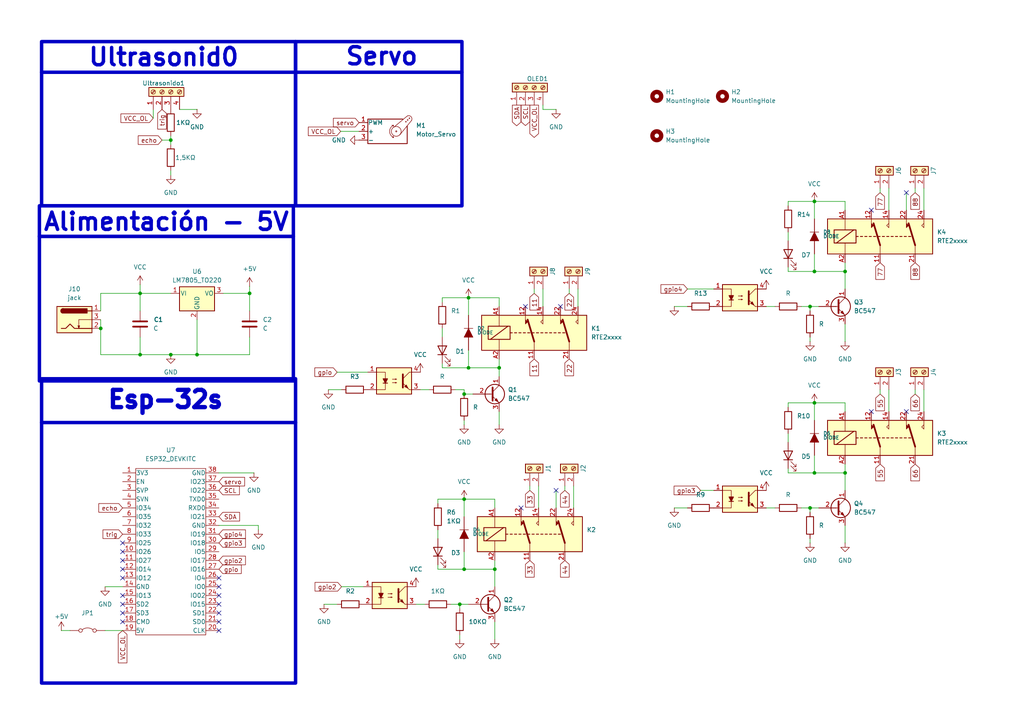
<source format=kicad_sch>
(kicad_sch (version 20250114) (generator "eeschema") (generator_version "9.0")
  (paper "A4")
  (lib_symbols
    (symbol "Connector:Screw_Terminal_01x02" (pin_names (offset 1.016) (hide yes))
      (property "Reference" "J" (at 0 2.54 0))
      (property "Value" "Screw_Terminal_01x02" (at 0 -5.08 0))
      (symbol "Screw_Terminal_01x02_1_1"
        (pin passive line (at -5.08 0 0) (length 3.81) (name "Pin_1") (number "1"))
        (pin passive line (at -5.08 -2.54 0) (length 3.81) (name "Pin_2") (number "2"))
      )
    )
    (symbol "Connector:Screw_Terminal_01x04" (pin_names (offset 1.016) (hide yes))
      (property "Reference" "J" (at 0 5.08 0))
      (property "Value" "Screw_Terminal_01x04" (at 0 -7.62 0))
      (symbol "Screw_Terminal_01x04_1_1"
        (pin passive line (at -5.08 2.54 0) (length 3.81) (name "Pin_1") (number "1"))
        (pin passive line (at -5.08 0 0) (length 3.81) (name "Pin_2") (number "2"))
        (pin passive line (at -5.08 -2.54 0) (length 3.81) (name "Pin_3") (number "3"))
        (pin passive line (at -5.08 -5.08 0) (length 3.81) (name "Pin_4") (number "4"))
      )
    )
    (symbol "Device:C" (pin_numbers (hide yes)) (pin_names (offset 0.254))
      (property "Reference" "C" (at 0.635 2.54 0))
      (property "Value" "C" (at 0.635 -2.54 0))
      (symbol "C_1_1"
        (pin passive line (at 0 3.81 270) (length 2.794) (name "~") (number "1"))
        (pin passive line (at 0 -3.81 90) (length 2.794) (name "~") (number "2"))
      )
    )
    (symbol "Device:LED" (pin_numbers (hide yes)) (pin_names (offset 1.016) (hide yes))
      (property "Reference" "D" (at 0 2.54 0))
      (property "Value" "LED" (at 0 -2.54 0))
      (symbol "LED_1_1"
        (pin passive line (at -3.81 0 0) (length 2.54) (name "K") (number "1"))
        (pin passive line (at 3.81 0 180) (length 2.54) (name "A") (number "2"))
      )
    )
    (symbol "Device:R" (pin_numbers (hide yes)) (pin_names (offset 0))
      (property "Reference" "R" (at 2.032 0 90))
      (property "Value" "R" (at 0 0 90))
      (symbol "R_1_1"
        (pin passive line (at 0 3.81 270) (length 1.27) (name "~") (number "1"))
        (pin passive line (at 0 -3.81 90) (length 1.27) (name "~") (number "2"))
      )
    )
    (symbol "EESTN5:DIODE" (pin_numbers (hide yes)) (pin_names (offset 1.016) (hide yes))
      (property "Reference" "D" (at 0 2.54 0))
      (property "Value" "DIODE" (at 0 -2.54 0))
      (symbol "DIODE_1_1"
        (pin passive line (at -5.08 0 0) (length 3.81) (name "A") (number "1"))
        (pin passive line (at 5.08 0 180) (length 3.81) (name "K") (number "2"))
      )
    )
    (symbol "EESTN5:PC817" (pin_names (offset 1.016))
      (property "Reference" "U" (at -5.08 5.08 0))
      (property "Value" "PC817" (at 0 5.08 0))
      (symbol "PC817_1_1"
        (pin passive line (at -7.62 2.54 0) (length 2.54) (name "~") (number "1"))
        (pin passive line (at -7.62 -2.54 0) (length 2.54) (name "~") (number "2"))
        (pin passive line (at 7.62 2.54 180) (length 2.54) (name "~") (number "4"))
        (pin passive line (at 7.62 -2.54 180) (length 2.54) (name "~") (number "3"))
      )
    )
    (symbol "ESP32_DEVKITC_1" (pin_names (offset 0.0254))
      (property "Reference" "U" (at 0 25.4 0))
      (property "Value" "ESP32_DEVKITC" (at 0 -25.4 0))
      (symbol "ESP32_DEVKITC_1_1_1"
        (pin passive line (at -13.97 22.86 0) (length 3.81) (name "3V3") (number "1"))
        (pin passive line (at -13.97 20.32 0) (length 3.81) (name "EN") (number "2"))
        (pin passive line (at -13.97 17.78 0) (length 3.81) (name "SVP") (number "3"))
        (pin passive line (at -13.97 15.24 0) (length 3.81) (name "SVN") (number "4"))
        (pin passive line (at -13.97 12.7 0) (length 3.81) (name "IO34") (number "5"))
        (pin passive line (at -13.97 10.16 0) (length 3.81) (name "IO35") (number "6"))
        (pin passive line (at -13.97 7.62 0) (length 3.81) (name "IO32") (number "7"))
        (pin passive line (at -13.97 5.08 0) (length 3.81) (name "IO33") (number "8"))
        (pin passive line (at -13.97 2.54 0) (length 3.81) (name "IO25") (number "9"))
        (pin passive line (at -13.97 0 0) (length 3.81) (name "IO26") (number "10"))
        (pin passive line (at -13.97 -2.54 0) (length 3.81) (name "IO27") (number "11"))
        (pin passive line (at -13.97 -5.08 0) (length 3.81) (name "IO14") (number "12"))
        (pin passive line (at -13.97 -7.62 0) (length 3.81) (name "IO12") (number "13"))
        (pin passive line (at -13.97 -10.16 0) (length 3.81) (name "GND") (number "14"))
        (pin passive line (at -13.97 -12.7 0) (length 3.81) (name "IO13") (number "15"))
        (pin passive line (at -13.97 -15.24 0) (length 3.81) (name "SD2") (number "16"))
        (pin passive line (at -13.97 -17.78 0) (length 3.81) (name "SD3") (number "17"))
        (pin passive line (at -13.97 -20.32 0) (length 3.81) (name "CMD") (number "18"))
        (pin passive line (at -13.97 -22.86 0) (length 3.81) (name "5V") (number "19"))
        (pin passive line (at 13.97 22.86 180) (length 3.81) (name "GND") (number "38"))
        (pin passive line (at 13.97 20.32 180) (length 3.81) (name "IO23") (number "37"))
        (pin passive line (at 13.97 17.78 180) (length 3.81) (name "IO22") (number "36"))
        (pin passive line (at 13.97 15.24 180) (length 3.81) (name "TXD0") (number "35"))
        (pin passive line (at 13.97 12.7 180) (length 3.81) (name "RXD0") (number "34"))
        (pin passive line (at 13.97 10.16 180) (length 3.81) (name "IO21") (number "33"))
        (pin passive line (at 13.97 7.62 180) (length 3.81) (name "GND") (number "32"))
        (pin passive line (at 13.97 5.08 180) (length 3.81) (name "IO19") (number "31"))
        (pin passive line (at 13.97 2.54 180) (length 3.81) (name "IO18") (number "30"))
        (pin passive line (at 13.97 0 180) (length 3.81) (name "IO5") (number "29"))
        (pin passive line (at 13.97 -2.54 180) (length 3.81) (name "IO17") (number "28"))
        (pin passive line (at 13.97 -5.08 180) (length 3.81) (name "IO16") (number "27"))
        (pin passive line (at 13.97 -7.62 180) (length 3.81) (name "IO4") (number "26"))
        (pin passive line (at 13.97 -10.16 180) (length 3.81) (name "IO0") (number "25"))
        (pin passive line (at 13.97 -12.7 180) (length 3.81) (name "IO02") (number "24"))
        (pin passive line (at 13.97 -15.24 180) (length 3.81) (name "IO15") (number "23"))
        (pin passive line (at 13.97 -17.78 180) (length 3.81) (name "SD1") (number "22"))
        (pin passive line (at 13.97 -20.32 180) (length 3.81) (name "SD0") (number "21"))
        (pin passive line (at 13.97 -22.86 180) (length 3.81) (name "CLK") (number "20"))
      )
    )
    (symbol "Jumper:Jumper_2_Bridged" (pin_numbers (hide yes)) (pin_names (offset 0) (hide yes)) (exclude_from_sim yes)
      (property "Reference" "JP" (at 0 1.905 0))
      (property "Value" "Jumper_2_Bridged" (at 0 -2.54 0))
      (symbol "Jumper_2_Bridged_1_1"
        (pin passive line (at -5.08 0 0) (length 2.54) (name "A") (number "1"))
        (pin passive line (at 5.08 0 180) (length 2.54) (name "B") (number "2"))
      )
    )
    (symbol "MacroLib:jack" (pin_names (offset 1.016))
      (property "Reference" "J" (at 0 0 0))
      (property "Value" "jack" (at 0 0 0))
      (symbol "jack_1_1"
        (pin passive line (at 7.62 -2.54 180) (length 2.54) (name "~") (number "1"))
        (pin passive line (at 7.62 -5.08 180) (length 2.54) (name "~") (number "3"))
        (pin passive line (at 7.62 -7.62 180) (length 2.54) (name "~") (number "2"))
      )
    )
    (symbol "Mechanical:MountingHole" (pin_names (offset 1.016)) (exclude_from_sim yes) (in_bom no)
      (property "Reference" "H" (at 0 5.08 0))
      (property "Value" "MountingHole" (at 0 3.175 0))
    )
    (symbol "Motor:Motor_Servo" (pin_names (offset 0.0254))
      (property "Reference" "M" (at -5.08 4.445 0))
      (property "Value" "Motor_Servo" (at -5.08 -4.064 0))
      (symbol "Motor_Servo_1_1"
        (pin passive line (at -7.62 2.54 0) (length 2.54) (name "PWM") (number "1"))
        (pin passive line (at -7.62 0 0) (length 2.54) (name "+") (number "2"))
        (pin passive line (at -7.62 -2.54 0) (length 2.54) (name "-") (number "3"))
      )
    )
    (symbol "Regulator_Linear:LM7805_TO220" (pin_names (offset 0.254))
      (property "Reference" "U" (at -3.81 3.175 0))
      (property "Value" "LM7805_TO220" (at 0 3.175 0))
      (symbol "LM7805_TO220_1_1"
        (pin power_in line (at -7.62 0 0) (length 2.54) (name "VI") (number "1"))
        (pin power_in line (at 0 -7.62 90) (length 2.54) (name "GND") (number "2"))
        (pin power_out line (at 7.62 0 180) (length 2.54) (name "VO") (number "3"))
      )
    )
    (symbol "Relay:RTE2xxxx"
      (property "Reference" "K" (at 16.51 3.81 0))
      (property "Value" "RTE2xxxx" (at 16.51 1.27 0))
      (symbol "RTE2xxxx_1_1"
        (pin passive line (at -10.16 7.62 270) (length 2.54) (name "~") (number "A1"))
        (pin passive line (at -10.16 -7.62 90) (length 2.54) (name "~") (number "A2"))
        (pin passive line (at -2.54 7.62 270) (length 2.54) (name "~") (number "12"))
        (pin passive line (at 0 -7.62 90) (length 2.54) (name "~") (number "11"))
        (pin passive line (at 2.54 7.62 270) (length 2.54) (name "~") (number "14"))
        (pin passive line (at 7.62 7.62 270) (length 2.54) (name "~") (number "22"))
        (pin passive line (at 10.16 -7.62 90) (length 2.54) (name "~") (number "21"))
        (pin passive line (at 12.7 7.62 270) (length 2.54) (name "~") (number "24"))
      )
    )
    (symbol "Transistor_BJT:BC547" (pin_names (offset 0) (hide yes))
      (property "Reference" "Q" (at 5.08 1.905 0))
      (property "Value" "BC547" (at 5.08 0 0))
      (symbol "BC547_1_1"
        (pin input line (at -5.08 0 0) (length 5.08) (name "B") (number "2"))
        (pin passive line (at 2.54 5.08 270) (length 2.54) (name "C") (number "1"))
        (pin passive line (at 2.54 -5.08 90) (length 2.54) (name "E") (number "3"))
      )
    )
    (symbol "power:+5V" (power) (pin_numbers (hide yes)) (pin_names (offset 0) (hide yes))
      (property "Value" "+5V" (at 0 3.556 0))
      (symbol "+5V_1_1"
        (pin power_in line (at 0 0 90) (length 0) (name "~") (number "1"))
      )
    )
    (symbol "power:GND" (power) (pin_numbers (hide yes)) (pin_names (offset 0) (hide yes))
      (property "Value" "GND" (at 0 -3.81 0))
      (symbol "GND_1_1"
        (pin power_in line (at 0 0 270) (length 0) (name "~") (number "1"))
      )
    )
    (symbol "power:VCC" (power) (pin_numbers (hide yes)) (pin_names (offset 0) (hide yes))
      (property "Value" "VCC" (at 0 3.556 0))
      (symbol "VCC_1_1"
        (pin power_in line (at 0 0 90) (length 0) (name "~") (number "1"))
      )
    )
  )
  (rectangle (start 12.065 122.555) (end 85.725 122.555) (stroke (width 1)))
  (rectangle (start 11.43 68.5546) (end 85.09 68.58) (stroke (width 1)))
  (rectangle (start 12.065 109.855) (end 85.725 198.12) (stroke (width 1)))
  (rectangle (start 12.065 12.065) (end 85.725 59.69) (stroke (width 1)))
  (rectangle (start 12.065 20.955) (end 85.725 20.955) (stroke (width 1)))
  (rectangle (start 11.43 59.69) (end 85.09 110.49) (stroke (width 1)))
  (rectangle (start 85.725 20.955) (end 133.985 20.955) (stroke (width 1)))
  (rectangle (start 85.725 12.065) (end 133.985 59.69) (stroke (width 1)))
  (text "Esp-32s" (at 48.006 116.078 0) (effects (font (size 5 5) (thickness 2) (bold yes))))
  (text "Alimentación - 5V" (at 48.26 64.516 0) (effects (font (size 5 5) (thickness 1) (bold yes))))
  (text "Ultrasonid0\n" (at 47.498 16.764 0) (effects (font (size 5 5) (thickness 1) (bold yes))))
  (text "Servo\n" (at 110.744 16.51 0) (effects (font (size 5 5) (thickness 1) (bold yes))))
  (junction (at 234.95 88.9))
  (junction (at 40.64 85.09))
  (junction (at 134.62 165.1))
  (junction (at 143.51 165.1))
  (junction (at 72.39 85.09))
  (junction (at 134.62 144.78))
  (junction (at 29.21 95.25))
  (junction (at 245.11 137.16))
  (junction (at 236.22 116.84))
  (junction (at 135.89 106.68))
  (junction (at 245.11 78.74))
  (junction (at 133.35 175.26))
  (junction (at 236.22 137.16))
  (junction (at 57.15 102.87))
  (junction (at 49.53 102.87))
  (junction (at 134.62 114.3))
  (junction (at 144.78 106.68))
  (junction (at 236.22 58.42))
  (junction (at 135.89 86.36))
  (junction (at 40.64 102.87))
  (junction (at 49.53 40.64))
  (junction (at 236.22 78.74))
  (junction (at 234.95 147.32))
  (no_connect (at 63.5 180.34))
  (no_connect (at 35.56 180.34))
  (no_connect (at 63.5 170.18))
  (no_connect (at 63.5 182.88))
  (no_connect (at 63.5 177.8))
  (no_connect (at 162.56 88.9))
  (no_connect (at 35.56 165.1))
  (no_connect (at 35.56 175.26))
  (no_connect (at 35.56 167.64))
  (no_connect (at 35.56 162.56))
  (no_connect (at 262.89 55.88))
  (no_connect (at 152.4 88.9))
  (no_connect (at 63.5 167.64))
  (no_connect (at 35.56 160.02))
  (no_connect (at 63.5 172.72))
  (no_connect (at 161.29 142.24))
  (no_connect (at 262.89 119.38))
  (no_connect (at 151.13 147.32))
  (no_connect (at 35.56 157.48))
  (no_connect (at 252.73 119.38))
  (no_connect (at 63.5 175.26))
  (no_connect (at 252.73 60.96))
  (no_connect (at 35.56 177.8))
  (no_connect (at 35.56 172.72))
  (wire (pts (xy 17.78 182.88) (xy 20.32 182.88)))
  (wire (pts (xy 64.77 85.09) (xy 72.39 85.09)))
  (wire (pts (xy 128.27 86.36) (xy 128.27 87.63)))
  (wire (pts (xy 133.35 185.42) (xy 133.35 184.15)))
  (wire (pts (xy 144.78 119.38) (xy 144.78 123.19)))
  (wire (pts (xy 143.51 144.78) (xy 134.62 144.78)))
  (wire (pts (xy 257.81 54.61) (xy 257.81 60.96)))
  (wire (pts (xy 167.64 83.82) (xy 167.64 88.9)))
  (wire (pts (xy 29.21 95.25) (xy 29.21 102.87)))
  (wire (pts (xy 195.58 147.32) (xy 199.39 147.32)))
  (wire (pts (xy 245.11 116.84) (xy 236.22 116.84)))
  (wire (pts (xy 40.64 82.55) (xy 40.64 85.09)))
  (wire (pts (xy 199.39 83.82) (xy 207.01 83.82)))
  (wire (pts (xy 97.79 107.95) (xy 106.68 107.95)))
  (wire (pts (xy 255.27 54.61) (xy 255.27 55.88)))
  (wire (pts (xy 123.19 175.26) (xy 120.65 175.26)))
  (wire (pts (xy 236.22 58.42) (xy 236.22 63.5)))
  (wire (pts (xy 228.6 78.74) (xy 236.22 78.74)))
  (wire (pts (xy 143.51 180.34) (xy 143.51 185.42)))
  (wire (pts (xy 135.89 86.36) (xy 135.89 91.44)))
  (wire (pts (xy 30.48 170.18) (xy 35.56 170.18)))
  (wire (pts (xy 236.22 73.66) (xy 236.22 78.74)))
  (wire (pts (xy 57.15 31.75) (xy 52.07 31.75)))
  (wire (pts (xy 127 153.67) (xy 127 156.21)))
  (wire (pts (xy 29.21 102.87) (xy 40.64 102.87)))
  (wire (pts (xy 245.11 116.84) (xy 245.11 119.38)))
  (wire (pts (xy 143.51 162.56) (xy 143.51 165.1)))
  (wire (pts (xy 245.11 93.98) (xy 245.11 99.06)))
  (wire (pts (xy 245.11 134.62) (xy 245.11 137.16)))
  (wire (pts (xy 46.99 40.64) (xy 49.53 40.64)))
  (wire (pts (xy 40.64 90.17) (xy 40.64 85.09)))
  (wire (pts (xy 236.22 78.74) (xy 245.11 78.74)))
  (wire (pts (xy 267.97 54.61) (xy 267.97 60.96)))
  (wire (pts (xy 29.21 92.71) (xy 29.21 95.25)))
  (wire (pts (xy 130.81 175.26) (xy 133.35 175.26)))
  (wire (pts (xy 228.6 116.84) (xy 236.22 116.84)))
  (wire (pts (xy 157.48 83.82) (xy 157.48 88.9)))
  (wire (pts (xy 132.08 113.03) (xy 134.62 113.03)))
  (wire (pts (xy 127 165.1) (xy 134.62 165.1)))
  (wire (pts (xy 124.46 113.03) (xy 121.92 113.03)))
  (wire (pts (xy 234.95 88.9) (xy 237.49 88.9)))
  (wire (pts (xy 57.15 92.71) (xy 57.15 102.87)))
  (wire (pts (xy 135.89 101.6) (xy 135.89 106.68)))
  (wire (pts (xy 161.29 31.75) (xy 157.48 31.75)))
  (wire (pts (xy 74.93 152.4) (xy 63.5 152.4)))
  (wire (pts (xy 72.39 90.17) (xy 72.39 85.09)))
  (wire (pts (xy 128.27 95.25) (xy 128.27 97.79)))
  (wire (pts (xy 144.78 86.36) (xy 144.78 88.9)))
  (wire (pts (xy 245.11 58.42) (xy 236.22 58.42)))
  (wire (pts (xy 228.6 58.42) (xy 236.22 58.42)))
  (wire (pts (xy 127 144.78) (xy 134.62 144.78)))
  (wire (pts (xy 236.22 132.08) (xy 236.22 137.16)))
  (wire (pts (xy 143.51 144.78) (xy 143.51 147.32)))
  (wire (pts (xy 265.43 113.03) (xy 265.43 114.3)))
  (wire (pts (xy 134.62 144.78) (xy 134.62 149.86)))
  (wire (pts (xy 74.93 153.67) (xy 74.93 152.4)))
  (wire (pts (xy 154.94 83.82) (xy 154.94 85.09)))
  (wire (pts (xy 245.11 78.74) (xy 245.11 83.82)))
  (wire (pts (xy 236.22 116.84) (xy 236.22 121.92)))
  (wire (pts (xy 134.62 123.19) (xy 134.62 121.92)))
  (wire (pts (xy 57.15 102.87) (xy 72.39 102.87)))
  (wire (pts (xy 49.53 39.37) (xy 49.53 40.64)))
  (wire (pts (xy 40.64 102.87) (xy 49.53 102.87)))
  (wire (pts (xy 99.06 170.18) (xy 105.41 170.18)))
  (wire (pts (xy 49.53 102.87) (xy 57.15 102.87)))
  (wire (pts (xy 157.48 31.75) (xy 157.48 30.48)))
  (wire (pts (xy 224.79 147.32) (xy 222.25 147.32)))
  (wire (pts (xy 93.98 175.26) (xy 97.79 175.26)))
  (wire (pts (xy 245.11 76.2) (xy 245.11 78.74)))
  (wire (pts (xy 40.64 97.79) (xy 40.64 102.87)))
  (wire (pts (xy 134.62 114.3) (xy 134.62 113.03)))
  (wire (pts (xy 49.53 50.8) (xy 49.53 49.53)))
  (wire (pts (xy 267.97 113.03) (xy 267.97 119.38)))
  (wire (pts (xy 134.62 160.02) (xy 134.62 165.1)))
  (wire (pts (xy 232.41 147.32) (xy 234.95 147.32)))
  (wire (pts (xy 40.64 85.09) (xy 49.53 85.09)))
  (wire (pts (xy 127 163.83) (xy 127 165.1)))
  (wire (pts (xy 98.806 38.1) (xy 104.14 38.1)))
  (wire (pts (xy 228.6 77.47) (xy 228.6 78.74)))
  (wire (pts (xy 153.67 140.97) (xy 153.67 142.24)))
  (wire (pts (xy 228.6 137.16) (xy 236.22 137.16)))
  (wire (pts (xy 265.43 54.61) (xy 265.43 55.88)))
  (wire (pts (xy 228.6 125.73) (xy 228.6 128.27)))
  (wire (pts (xy 133.35 176.53) (xy 133.35 175.26)))
  (wire (pts (xy 29.21 85.09) (xy 40.64 85.09)))
  (wire (pts (xy 166.37 140.97) (xy 166.37 147.32)))
  (wire (pts (xy 29.21 90.17) (xy 29.21 85.09)))
  (wire (pts (xy 224.79 88.9) (xy 222.25 88.9)))
  (wire (pts (xy 234.95 157.48) (xy 234.95 156.21)))
  (wire (pts (xy 245.11 152.4) (xy 245.11 157.48)))
  (wire (pts (xy 203.2 142.24) (xy 207.01 142.24)))
  (wire (pts (xy 228.6 67.31) (xy 228.6 69.85)))
  (wire (pts (xy 234.95 148.59) (xy 234.95 147.32)))
  (wire (pts (xy 234.95 147.32) (xy 237.49 147.32)))
  (wire (pts (xy 73.66 137.16) (xy 63.5 137.16)))
  (wire (pts (xy 234.95 90.17) (xy 234.95 88.9)))
  (wire (pts (xy 30.48 182.88) (xy 35.56 182.88)))
  (wire (pts (xy 262.89 60.96) (xy 262.89 55.88)))
  (wire (pts (xy 234.95 99.06) (xy 234.95 97.79)))
  (wire (pts (xy 95.25 113.03) (xy 99.06 113.03)))
  (wire (pts (xy 144.78 104.14) (xy 144.78 106.68)))
  (wire (pts (xy 255.27 113.03) (xy 255.27 114.3)))
  (wire (pts (xy 44.45 34.29) (xy 44.45 31.75)))
  (wire (pts (xy 228.6 116.84) (xy 228.6 118.11)))
  (wire (pts (xy 133.35 175.26) (xy 135.89 175.26)))
  (wire (pts (xy 144.78 86.36) (xy 135.89 86.36)))
  (wire (pts (xy 195.58 88.9) (xy 199.39 88.9)))
  (wire (pts (xy 128.27 106.68) (xy 135.89 106.68)))
  (wire (pts (xy 165.1 83.82) (xy 165.1 85.09)))
  (wire (pts (xy 156.21 140.97) (xy 156.21 147.32)))
  (wire (pts (xy 144.78 106.68) (xy 144.78 109.22)))
  (wire (pts (xy 127 144.78) (xy 127 146.05)))
  (wire (pts (xy 228.6 58.42) (xy 228.6 59.69)))
  (wire (pts (xy 161.29 147.32) (xy 161.29 142.24)))
  (wire (pts (xy 72.39 83.058) (xy 72.39 85.09)))
  (wire (pts (xy 236.22 137.16) (xy 245.11 137.16)))
  (wire (pts (xy 232.41 88.9) (xy 234.95 88.9)))
  (wire (pts (xy 143.51 165.1) (xy 143.51 170.18)))
  (wire (pts (xy 163.83 140.97) (xy 163.83 142.24)))
  (wire (pts (xy 49.53 40.64) (xy 49.53 41.91)))
  (wire (pts (xy 257.81 113.03) (xy 257.81 119.38)))
  (wire (pts (xy 72.39 97.79) (xy 72.39 102.87)))
  (wire (pts (xy 135.89 106.68) (xy 144.78 106.68)))
  (wire (pts (xy 128.27 105.41) (xy 128.27 106.68)))
  (wire (pts (xy 134.62 165.1) (xy 143.51 165.1)))
  (wire (pts (xy 228.6 135.89) (xy 228.6 137.16)))
  (wire (pts (xy 245.11 58.42) (xy 245.11 60.96)))
  (wire (pts (xy 134.62 114.3) (xy 137.16 114.3)))
  (wire (pts (xy 245.11 137.16) (xy 245.11 142.24)))
  (wire (pts (xy 128.27 86.36) (xy 135.89 86.36)))
  (global_label "33" (shape input) (at 153.67 142.24 270) (property "Intersheetrefs" "${INTERSHEET_REFS}" (effects (hide yes))))
  (global_label "gpio4" (shape input) (at 63.5 154.94 0) (property "Intersheetrefs" "${INTERSHEET_REFS}" (effects (hide yes))))
  (global_label "VCC_OL" (shape input) (at 35.56 182.88 270) (property "Intersheetrefs" "${INTERSHEET_REFS}" (effects (hide yes))))
  (global_label "55" (shape input) (at 255.27 114.3 270) (property "Intersheetrefs" "${INTERSHEET_REFS}" (effects (hide yes))))
  (global_label "88" (shape input) (at 265.43 76.2 270) (property "Intersheetrefs" "${INTERSHEET_REFS}" (effects (hide yes))))
  (global_label "44" (shape input) (at 163.83 142.24 270) (property "Intersheetrefs" "${INTERSHEET_REFS}" (effects (hide yes))))
  (global_label "gpio" (shape input) (at 97.79 107.95 180) (property "Intersheetrefs" "${INTERSHEET_REFS}" (effects (hide yes))))
  (global_label "SCL" (shape output) (at 152.4 30.48 270) (property "Intersheetrefs" "${INTERSHEET_REFS}" (effects (hide yes))))
  (global_label "SDA" (shape output) (at 149.86 30.48 270) (property "Intersheetrefs" "${INTERSHEET_REFS}" (effects (hide yes))))
  (global_label "gpio2" (shape input) (at 99.06 170.18 180) (property "Intersheetrefs" "${INTERSHEET_REFS}" (effects (hide yes))))
  (global_label "22" (shape input) (at 165.1 85.09 270) (property "Intersheetrefs" "${INTERSHEET_REFS}" (effects (hide yes))))
  (global_label "VCC_OL" (shape input) (at 44.45 34.29 180) (property "Intersheetrefs" "${INTERSHEET_REFS}" (effects (hide yes))))
  (global_label "66" (shape input) (at 265.43 134.62 270) (property "Intersheetrefs" "${INTERSHEET_REFS}" (effects (hide yes))))
  (global_label "55" (shape input) (at 255.27 134.62 270) (property "Intersheetrefs" "${INTERSHEET_REFS}" (effects (hide yes))))
  (global_label "11" (shape input) (at 154.94 104.14 270) (property "Intersheetrefs" "${INTERSHEET_REFS}" (effects (hide yes))))
  (global_label "trig" (shape input) (at 35.56 154.94 180) (property "Intersheetrefs" "${INTERSHEET_REFS}" (effects (hide yes))))
  (global_label "gpio2" (shape input) (at 63.5 162.56 0) (property "Intersheetrefs" "${INTERSHEET_REFS}" (effects (hide yes))))
  (global_label "gpio4" (shape input) (at 199.39 83.82 180) (property "Intersheetrefs" "${INTERSHEET_REFS}" (effects (hide yes))))
  (global_label "88" (shape input) (at 265.43 55.88 270) (property "Intersheetrefs" "${INTERSHEET_REFS}" (effects (hide yes))))
  (global_label "echo" (shape input) (at 35.56 147.32 180) (property "Intersheetrefs" "${INTERSHEET_REFS}" (effects (hide yes))))
  (global_label "77" (shape input) (at 255.27 55.88 270) (property "Intersheetrefs" "${INTERSHEET_REFS}" (effects (hide yes))))
  (global_label "trig" (shape input) (at 46.99 31.75 270) (property "Intersheetrefs" "${INTERSHEET_REFS}" (effects (hide yes))))
  (global_label "66" (shape input) (at 265.43 114.3 270) (property "Intersheetrefs" "${INTERSHEET_REFS}" (effects (hide yes))))
  (global_label "servo" (shape input) (at 63.5 139.7 0) (property "Intersheetrefs" "${INTERSHEET_REFS}" (effects (hide yes))))
  (global_label "44" (shape input) (at 163.83 162.56 270) (property "Intersheetrefs" "${INTERSHEET_REFS}" (effects (hide yes))))
  (global_label "VCC_OL" (shape input) (at 98.806 38.1 180) (property "Intersheetrefs" "${INTERSHEET_REFS}" (effects (hide yes))))
  (global_label "33" (shape input) (at 153.67 162.56 270) (property "Intersheetrefs" "${INTERSHEET_REFS}" (effects (hide yes))))
  (global_label "gpio" (shape input) (at 63.5 165.1 0) (property "Intersheetrefs" "${INTERSHEET_REFS}" (effects (hide yes))))
  (global_label "SDA" (shape input) (at 63.5 149.86 0) (property "Intersheetrefs" "${INTERSHEET_REFS}" (effects (hide yes))))
  (global_label "gpio3" (shape input) (at 63.5 157.48 0) (property "Intersheetrefs" "${INTERSHEET_REFS}" (effects (hide yes))))
  (global_label "11" (shape input) (at 154.94 85.09 270) (property "Intersheetrefs" "${INTERSHEET_REFS}" (effects (hide yes))))
  (global_label "22" (shape input) (at 165.1 104.14 270) (property "Intersheetrefs" "${INTERSHEET_REFS}" (effects (hide yes))))
  (global_label "SCL" (shape input) (at 63.5 142.24 0) (property "Intersheetrefs" "${INTERSHEET_REFS}" (effects (hide yes))))
  (global_label "servo" (shape input) (at 104.14 35.56 180) (property "Intersheetrefs" "${INTERSHEET_REFS}" (effects (hide yes))))
  (global_label "echo" (shape input) (at 46.99 40.64 180) (property "Intersheetrefs" "${INTERSHEET_REFS}" (effects (hide yes))))
  (global_label "gpio3" (shape input) (at 203.2 142.24 180) (property "Intersheetrefs" "${INTERSHEET_REFS}" (effects (hide yes))))
  (global_label "VCC_OL" (shape output) (at 154.94 30.48 270) (property "Intersheetrefs" "${INTERSHEET_REFS}" (effects (hide yes))))
  (global_label "77" (shape input) (at 255.27 76.2 270) (property "Intersheetrefs" "${INTERSHEET_REFS}" (effects (hide yes))))
  (symbol (lib_id "Device:R") (at 228.6 147.32 270) (unit 1)
    (property "Reference" "R11" (effects (hide yes)))
    (property "Value" "R" (at 228.6 143.51 90))
    (property "Footprint" "Resistor_SMD:R_0805_2012Metric" (effects (hide yes)))
    (property "Description" "Resistor" (effects (hide yes)))
  )
  (symbol (lib_id "power:GND") (at 93.98 175.26 0) (unit 1)
    (property "Reference" "#PWR01" (effects (hide yes)))
    (property "Value" "GND" (at 93.98 180.34 0))
    (property "Description" "Power symbol creates a global label with name \"GND\" , ground" (effects (hide yes)))
  )
  (symbol (lib_id "Connector:Screw_Terminal_01x02") (at 165.1 78.74 90) (unit 1)
    (property "Reference" "J9" (at 170.434 78.74 0))
    (property "Value" "Screw_Terminal_01x02" (effects (hide yes)))
    (property "Footprint" "TerminalBlock:TerminalBlock_Altech_AK300-2_P5.00mm" (effects (hide yes)))
    (property "Description" "Generic screw terminal, single row, 01x02, script generated (kicad-library-utils/schlib/autogen/connector/)" (effects (hide yes)))
  )
  (symbol (lib_id "power:+5V") (at 72.39 83.058 0) (unit 1)
    (property "Reference" "#PWR030" (effects (hide yes)))
    (property "Value" "+5V" (at 72.39 77.978 0))
    (property "Description" "Power symbol creates a global label with name \"+5V\"" (effects (hide yes)))
  )
  (symbol (lib_id "Device:R") (at 128.27 113.03 270) (unit 1)
    (property "Reference" "R5" (effects (hide yes)))
    (property "Value" "R" (at 128.27 109.22 90))
    (property "Footprint" "Resistor_SMD:R_0805_2012Metric" (effects (hide yes)))
    (property "Description" "Resistor" (effects (hide yes)))
  )
  (symbol (lib_id "Device:R") (at 234.95 152.4 180) (unit 1)
    (property "Reference" "R12" (effects (hide yes)))
    (property "Value" "R" (at 237.49 152.3999 0) (effects (justify right)))
    (property "Footprint" "Resistor_SMD:R_0805_2012Metric" (effects (hide yes)))
    (property "Description" "Resistor" (effects (hide yes)))
  )
  (symbol (lib_id "EESTN5:DIODE") (at 134.62 154.94 90) (unit 1)
    (property "Reference" "D4" (at 137.16 153.6318 90) (effects (font (size 1.016 1.016)) (justify right)))
    (property "Value" "DIODE" (at 137.16 154.9018 90) (effects (font (size 1.016 1.016)) (justify right)))
    (property "Footprint" "Diode_SMD:D_SMA" (effects (hide yes)))
  )
  (symbol (lib_id "Connector:Screw_Terminal_01x02") (at 255.27 49.53 90) (unit 1)
    (property "Reference" "J6" (at 260.604 49.53 0))
    (property "Value" "Screw_Terminal_01x02" (effects (hide yes)))
    (property "Footprint" "TerminalBlock:TerminalBlock_Altech_AK300-2_P5.00mm" (effects (hide yes)))
    (property "Description" "Generic screw terminal, single row, 01x02, script generated (kicad-library-utils/schlib/autogen/connector/)" (effects (hide yes)))
  )
  (symbol (lib_id "Connector:Screw_Terminal_01x02") (at 265.43 49.53 90) (unit 1)
    (property "Reference" "J7" (at 270.764 49.53 0))
    (property "Value" "Screw_Terminal_01x02" (effects (hide yes)))
    (property "Footprint" "TerminalBlock:TerminalBlock_Altech_AK300-2_P5.00mm" (effects (hide yes)))
    (property "Description" "Generic screw terminal, single row, 01x02, script generated (kicad-library-utils/schlib/autogen/connector/)" (effects (hide yes)))
  )
  (symbol (lib_id "power:GND") (at 245.11 99.06 0) (unit 1)
    (property "Reference" "#PWR016" (effects (hide yes)))
    (property "Value" "GND" (at 245.11 104.14 0))
    (property "Description" "Power symbol creates a global label with name \"GND\" , ground" (effects (hide yes)))
  )
  (symbol (lib_id "power:GND") (at 30.48 170.18 0) (unit 1)
    (property "Reference" "#PWR020" (effects (hide yes)))
    (property "Value" "GND" (at 30.48 175.26 0))
    (property "Description" "Power symbol creates a global label with name \"GND\" , ground" (effects (hide yes)))
  )
  (symbol (lib_id "Device:C") (at 40.64 93.98 0) (unit 1)
    (property "Reference" "C1" (at 44.45 92.7099 0) (effects (font (bold yes)) (justify left)))
    (property "Value" "C" (at 44.45 95.2499 0) (effects (justify left)))
    (property "Footprint" "Capacitor_SMD:C_0805_2012Metric" (effects (hide yes)))
    (property "Description" "Unpolarized capacitor" (effects (hide yes)))
  )
  (symbol (lib_id "Transistor_BJT:BC547") (at 242.57 147.32 0) (unit 1)
    (property "Reference" "Q4" (at 247.65 146.0499 0) (effects (justify left)))
    (property "Value" "BC547" (at 247.65 148.5899 0) (effects (justify left)))
    (property "Footprint" "Package_TO_SOT_THT:TO-92_Inline_Wide" (effects (hide yes)))
    (property "Datasheet" "https://www.onsemi.com/pub/Collateral/BC550-D.pdf" (effects (hide yes)))
    (property "Description" "0.1A Ic, 45V Vce, Small Signal NPN Transistor, TO-92" (effects (hide yes)))
  )
  (symbol (lib_id "power:GND") (at 234.95 99.06 0) (unit 1)
    (property "Reference" "#PWR015" (effects (hide yes)))
    (property "Value" "GND" (at 234.95 104.14 0))
    (property "Description" "Power symbol creates a global label with name \"GND\" , ground" (effects (hide yes)))
  )
  (symbol (lib_id "Transistor_BJT:BC547") (at 142.24 114.3 0) (unit 1)
    (property "Reference" "Q1" (at 147.32 113.0299 0) (effects (justify left)))
    (property "Value" "BC547" (at 147.32 115.5699 0) (effects (justify left)))
    (property "Footprint" "Package_TO_SOT_THT:TO-92_Inline_Wide" (effects (hide yes)))
    (property "Datasheet" "https://www.onsemi.com/pub/Collateral/BC550-D.pdf" (effects (hide yes)))
    (property "Description" "0.1A Ic, 45V Vce, Small Signal NPN Transistor, TO-92" (effects (hide yes)))
  )
  (symbol (lib_id "power:VCC") (at 222.25 83.82 0) (unit 1)
    (property "Reference" "#PWR014" (effects (hide yes)))
    (property "Value" "VCC" (at 222.25 78.74 0))
    (property "Description" "Power symbol creates a global label with name \"VCC\"" (effects (hide yes)))
  )
  (symbol (lib_id "Device:LED") (at 228.6 132.08 90) (unit 1)
    (property "Reference" "D5" (at 232.41 132.3974 90) (effects (justify right)))
    (property "Value" "LED" (effects (hide yes)))
    (property "Footprint" "LED_SMD:LED_0805_2012Metric" (effects (hide yes)))
    (property "Description" "Light emitting diode" (effects (hide yes)))
  )
  (symbol (lib_id "Jumper:Jumper_2_Bridged") (at 25.4 182.88 0) (unit 1) (exclude_from_sim yes)
    (property "Reference" "JP1" (at 25.4 177.8 0))
    (property "Value" "Jumper_2_Bridged" (effects (hide yes)))
    (property "Footprint" "Connector_PinHeader_2.54mm:PinHeader_1x02_P2.54mm_Vertical" (effects (hide yes)))
    (property "Description" "Jumper, 2-pole, closed/bridged" (effects (hide yes)))
  )
  (symbol (lib_id "Connector:Screw_Terminal_01x02") (at 154.94 78.74 90) (unit 1)
    (property "Reference" "J8" (at 160.274 78.74 0))
    (property "Value" "Screw_Terminal_01x02" (effects (hide yes)))
    (property "Footprint" "TerminalBlock:TerminalBlock_Altech_AK300-2_P5.00mm" (effects (hide yes)))
    (property "Description" "Generic screw terminal, single row, 01x02, script generated (kicad-library-utils/schlib/autogen/connector/)" (effects (hide yes)))
  )
  (symbol (lib_id "Transistor_BJT:BC547") (at 140.97 175.26 0) (unit 1)
    (property "Reference" "Q2" (at 146.05 173.9899 0) (effects (justify left)))
    (property "Value" "BC547" (at 146.05 176.5299 0) (effects (justify left)))
    (property "Footprint" "Package_TO_SOT_THT:TO-92_Inline_Wide" (effects (hide yes)))
    (property "Datasheet" "https://www.onsemi.com/pub/Collateral/BC550-D.pdf" (effects (hide yes)))
    (property "Description" "0.1A Ic, 45V Vce, Small Signal NPN Transistor, TO-92" (effects (hide yes)))
  )
  (symbol (lib_id "Device:R") (at 134.62 118.11 180) (unit 1)
    (property "Reference" "R4" (effects (hide yes)))
    (property "Value" "R" (at 137.16 118.1099 0) (effects (justify right)))
    (property "Footprint" "Resistor_SMD:R_0805_2012Metric" (effects (hide yes)))
    (property "Description" "Resistor" (effects (hide yes)))
  )
  (symbol (lib_id "Connector:Screw_Terminal_01x02") (at 255.27 107.95 90) (unit 1)
    (property "Reference" "J3" (at 260.604 107.95 0))
    (property "Value" "Screw_Terminal_01x02" (effects (hide yes)))
    (property "Footprint" "TerminalBlock:TerminalBlock_Altech_AK300-2_P5.00mm" (effects (hide yes)))
    (property "Description" "Generic screw terminal, single row, 01x02, script generated (kicad-library-utils/schlib/autogen/connector/)" (effects (hide yes)))
  )
  (symbol (lib_id "Device:R") (at 234.95 93.98 180) (unit 1)
    (property "Reference" "R16" (effects (hide yes)))
    (property "Value" "R" (at 237.49 93.9799 0) (effects (justify right)))
    (property "Footprint" "Resistor_SMD:R_0805_2012Metric" (effects (hide yes)))
    (property "Description" "Resistor" (effects (hide yes)))
  )
  (symbol (lib_id "power:VCC") (at 222.25 142.24 0) (unit 1)
    (property "Reference" "#PWR010" (effects (hide yes)))
    (property "Value" "VCC" (at 222.25 137.16 0))
    (property "Description" "Power symbol creates a global label with name \"VCC\"" (effects (hide yes)))
  )
  (symbol (lib_id "Device:R") (at 228.6 63.5 0) (unit 1)
    (property "Reference" "R14" (at 231.14 62.2299 0) (effects (justify left)))
    (property "Value" "R" (effects (hide yes)))
    (property "Footprint" "Resistor_SMD:R_0805_2012Metric" (effects (hide yes)))
    (property "Description" "Resistor" (effects (hide yes)))
  )
  (symbol (lib_id "power:VCC") (at 40.64 82.55 0) (unit 1)
    (property "Reference" "#PWR028" (effects (hide yes)))
    (property "Value" "VCC" (at 40.64 77.47 0))
    (property "Description" "Power symbol creates a global label with name \"VCC\"" (effects (hide yes)))
  )
  (symbol (lib_id "Motor:Motor_Servo") (at 111.76 38.1 0) (unit 1)
    (property "Reference" "M1" (at 120.65 36.3965 0) (effects (justify left)))
    (property "Value" "Motor_Servo" (at 120.65 38.9365 0) (effects (justify left)))
    (property "Footprint" "Connector_JST:JST_XH_B3B-XH-A_1x03_P2.50mm_Vertical" (effects (hide yes)))
    (property "Datasheet" "http://forums.parallax.com/uploads/attachments/46831/74481.png" (effects (hide yes)))
    (property "Description" "Servo Motor (Futaba, HiTec, JR connector)" (effects (hide yes)))
  )
  (symbol (lib_id "Connector:Screw_Terminal_01x02") (at 265.43 107.95 90) (unit 1)
    (property "Reference" "J4" (at 270.764 107.95 0))
    (property "Value" "Screw_Terminal_01x02" (effects (hide yes)))
    (property "Footprint" "TerminalBlock:TerminalBlock_Altech_AK300-2_P5.00mm" (effects (hide yes)))
    (property "Description" "Generic screw terminal, single row, 01x02, script generated (kicad-library-utils/schlib/autogen/connector/)" (effects (hide yes)))
  )
  (symbol (lib_id "power:GND") (at 134.62 123.19 0) (unit 1)
    (property "Reference" "#PWR03" (effects (hide yes)))
    (property "Value" "GND" (at 134.62 128.27 0))
    (property "Description" "Power symbol creates a global label with name \"GND\" , ground" (effects (hide yes)))
  )
  (symbol (lib_id "Relay:RTE2xxxx") (at 255.27 68.58 0) (unit 1)
    (property "Reference" "K4" (at 271.78 67.3099 0) (effects (justify left)))
    (property "Value" "RTE2xxxx" (at 271.78 69.8499 0) (effects (justify left)))
    (property "Footprint" "Relay_THT:Relay_DPDT_Schrack-RT2-FormC_RM5mm" (effects (hide yes)))
    (property "Datasheet" "http://www.te.com/commerce/DocumentDelivery/DDEController?Action=showdoc&DocId=Data+Sheet%7FRT2%7F1014%7Fpdf%7FEnglish%7FENG_DS_RT2_1014.pdf%7F6-1393243-3" (effects (hide yes)))
    (property "Description" "Schrack RT2 relay, monostable dual pole dual throw, DC or AC coil" (effects (hide yes)))
  )
  (symbol (lib_id "power:GND") (at 161.29 31.75 0) (unit 1)
    (property "Reference" "#PWR033" (effects (hide yes)))
    (property "Value" "GND" (at 161.29 36.83 0))
    (property "Description" "Power symbol creates a global label with name \"GND\" , ground" (effects (hide yes)))
  )
  (symbol (lib_id "Device:C") (at 72.39 93.98 0) (unit 1)
    (property "Reference" "C2" (at 76.2 92.7099 0) (effects (justify left)))
    (property "Value" "C" (at 76.2 95.2499 0) (effects (justify left)))
    (property "Footprint" "Capacitor_SMD:C_0805_2012Metric" (effects (hide yes)))
    (property "Description" "Unpolarized capacitor" (effects (hide yes)))
  )
  (symbol (lib_id "EESTN5:PC817") (at 114.3 110.49 0) (unit 1)
    (property "Reference" "U1" (effects (hide yes)))
    (property "Value" "PC817" (effects (hide yes)))
    (property "Footprint" "PC817-B (1):DIP762W50P254L650H455Q4B" (effects (hide yes)))
    (property "Datasheet" "http://www.soselectronic.cz/a_info/resource/d/pc817.pdf" (effects (hide yes)))
    (property "Description" "DC Optocoupler, Vce 35V, CTR 50-300%, DIP4" (effects (hide yes)))
  )
  (symbol (lib_id "power:VCC") (at 236.22 116.84 0) (unit 1)
    (property "Reference" "#PWR019" (effects (hide yes)))
    (property "Value" "VCC" (at 236.22 111.76 0))
    (property "Description" "Power symbol creates a global label with name \"VCC\"" (effects (hide yes)))
  )
  (symbol (lib_id "Connector:Screw_Terminal_01x02") (at 153.67 135.89 90) (unit 1)
    (property "Reference" "J1" (at 159.004 135.89 0))
    (property "Value" "Screw_Terminal_01x02" (effects (hide yes)))
    (property "Footprint" "TerminalBlock:TerminalBlock_Altech_AK300-2_P5.00mm" (effects (hide yes)))
    (property "Description" "Generic screw terminal, single row, 01x02, script generated (kicad-library-utils/schlib/autogen/connector/)" (effects (hide yes)))
  )
  (symbol (lib_id "Transistor_BJT:BC547") (at 242.57 88.9 0) (unit 1)
    (property "Reference" "Q3" (at 247.65 87.6299 0) (effects (justify left)))
    (property "Value" "BC547" (at 247.65 90.1699 0) (effects (justify left)))
    (property "Footprint" "Package_TO_SOT_THT:TO-92_Inline_Wide" (effects (hide yes)))
    (property "Datasheet" "https://www.onsemi.com/pub/Collateral/BC550-D.pdf" (effects (hide yes)))
    (property "Description" "0.1A Ic, 45V Vce, Small Signal NPN Transistor, TO-92" (effects (hide yes)))
  )
  (symbol (lib_id "Mechanical:MountingHole") (at 209.55 27.94 0) (unit 1) (exclude_from_sim yes) (in_bom no)
    (property "Reference" "H2" (at 212.09 26.6699 0) (effects (justify left)))
    (property "Value" "MountingHole" (at 212.09 29.2099 0) (effects (justify left)))
    (property "Footprint" "MountingHole:MountingHole_3.2mm_M3" (effects (hide yes)))
    (property "Description" "Mounting Hole without connection" (effects (hide yes)))
  )
  (symbol (lib_id "EESTN5:PC817") (at 214.63 144.78 0) (unit 1)
    (property "Reference" "U3" (effects (hide yes)))
    (property "Value" "PC817" (effects (hide yes)))
    (property "Footprint" "PC817-B (1):DIP762W50P254L650H455Q4B" (effects (hide yes)))
    (property "Datasheet" "http://www.soselectronic.cz/a_info/resource/d/pc817.pdf" (effects (hide yes)))
    (property "Description" "DC Optocoupler, Vce 35V, CTR 50-300%, DIP4" (effects (hide yes)))
  )
  (symbol (lib_id "EESTN5:DIODE") (at 135.89 96.52 90) (unit 1)
    (property "Reference" "D2" (at 138.43 95.2118 90) (effects (font (size 1.016 1.016)) (justify right)))
    (property "Value" "DIODE" (at 138.43 96.4818 90) (effects (font (size 1.016 1.016)) (justify right)))
    (property "Footprint" "Diode_SMD:D_SMA" (effects (hide yes)))
  )
  (symbol (lib_id "Device:R") (at 133.35 180.34 180) (unit 1)
    (property "Reference" "R8" (effects (hide yes)))
    (property "Value" "10KΩ" (at 135.89 180.3399 0) (effects (justify right)))
    (property "Footprint" "Resistor_SMD:R_0805_2012Metric" (effects (hide yes)))
    (property "Description" "Resistor" (effects (hide yes)))
  )
  (symbol (lib_id "EESTN5:DIODE") (at 236.22 68.58 90) (unit 1)
    (property "Reference" "D8" (at 238.76 67.2718 90) (effects (font (size 1.016 1.016)) (justify right)))
    (property "Value" "DIODE" (at 238.76 68.5418 90) (effects (font (size 1.016 1.016)) (justify right)))
    (property "Footprint" "Diode_SMD:D_SMA" (effects (hide yes)))
  )
  (symbol (lib_name "ESP32_DEVKITC_1") (lib_id "EESTN5:ESP32_DEVKITC") (at 49.53 160.02 0) (unit 1)
    (property "Reference" "U7" (at 49.53 130.556 0))
    (property "Value" "ESP32_DEVKITC" (at 49.53 133.096 0))
    (property "Footprint" "esp?:ESP32S" (effects (hide yes)))
    (property "Description" "ESP32-DEVKITC" (effects (hide yes)))
  )
  (symbol (lib_id "EESTN5:PC817") (at 113.03 172.72 0) (unit 1)
    (property "Reference" "U2" (effects (hide yes)))
    (property "Value" "PC817" (effects (hide yes)))
    (property "Footprint" "PC817-B (1):DIP762W50P254L650H455Q4B" (effects (hide yes)))
    (property "Datasheet" "http://www.soselectronic.cz/a_info/resource/d/pc817.pdf" (effects (hide yes)))
    (property "Description" "DC Optocoupler, Vce 35V, CTR 50-300%, DIP4" (effects (hide yes)))
  )
  (symbol (lib_id "Device:R") (at 127 149.86 0) (unit 1)
    (property "Reference" "R6" (at 129.54 148.5899 0) (effects (justify left)))
    (property "Value" "1KΩ" (at 129.54 151.1299 0) (effects (justify left)))
    (property "Footprint" "Resistor_SMD:R_0805_2012Metric" (effects (hide yes)))
    (property "Description" "Resistor" (effects (hide yes)))
  )
  (symbol (lib_id "power:GND") (at 195.58 88.9 0) (unit 1)
    (property "Reference" "#PWR013" (effects (hide yes)))
    (property "Value" "GND" (effects (hide yes)))
    (property "Description" "Power symbol creates a global label with name \"GND\" , ground" (effects (hide yes)))
  )
  (symbol (lib_id "power:GND") (at 245.11 157.48 0) (unit 1)
    (property "Reference" "#PWR012" (effects (hide yes)))
    (property "Value" "GND" (at 245.11 162.56 0))
    (property "Description" "Power symbol creates a global label with name \"GND\" , ground" (effects (hide yes)))
  )
  (symbol (lib_id "Mechanical:MountingHole") (at 190.5 39.37 0) (unit 1) (exclude_from_sim yes) (in_bom no)
    (property "Reference" "H3" (at 193.04 38.0999 0) (effects (justify left)))
    (property "Value" "MountingHole" (at 193.04 40.6399 0) (effects (justify left)))
    (property "Footprint" "MountingHole:MountingHole_3.2mm_M3" (effects (hide yes)))
    (property "Description" "Mounting Hole without connection" (effects (hide yes)))
  )
  (symbol (lib_id "power:GND") (at 74.93 153.67 0) (unit 1)
    (property "Reference" "#PWR023" (effects (hide yes)))
    (property "Value" "GND" (at 74.93 158.75 0))
    (property "Description" "Power symbol creates a global label with name \"GND\" , ground" (effects (hide yes)))
  )
  (symbol (lib_id "power:GND") (at 95.25 113.03 0) (unit 1)
    (property "Reference" "#PWR02" (effects (hide yes)))
    (property "Value" "GND" (at 95.25 118.11 0))
    (property "Description" "Power symbol creates a global label with name \"GND\" , ground" (effects (hide yes)))
  )
  (symbol (lib_id "Relay:RTE2xxxx") (at 154.94 96.52 0) (unit 1)
    (property "Reference" "K1" (at 171.45 95.2499 0) (effects (justify left)))
    (property "Value" "RTE2xxxx" (at 171.45 97.7899 0) (effects (justify left)))
    (property "Footprint" "Relay_THT:Relay_DPDT_Schrack-RT2-FormC_RM5mm" (effects (hide yes)))
    (property "Datasheet" "http://www.te.com/commerce/DocumentDelivery/DDEController?Action=showdoc&DocId=Data+Sheet%7FRT2%7F1014%7Fpdf%7FEnglish%7FENG_DS_RT2_1014.pdf%7F6-1393243-3" (effects (hide yes)))
    (property "Description" "Schrack RT2 relay, monostable dual pole dual throw, DC or AC coil" (effects (hide yes)))
  )
  (symbol (lib_id "power:VCC") (at 236.22 58.42 0) (unit 1)
    (property "Reference" "#PWR022" (effects (hide yes)))
    (property "Value" "VCC" (at 236.22 53.34 0))
    (property "Description" "Power symbol creates a global label with name \"VCC\"" (effects (hide yes)))
  )
  (symbol (lib_id "Mechanical:MountingHole") (at 190.5 27.94 0) (unit 1) (exclude_from_sim yes) (in_bom no)
    (property "Reference" "H1" (at 193.04 26.6699 0) (effects (justify left)))
    (property "Value" "MountingHole" (at 193.04 29.2099 0) (effects (justify left)))
    (property "Footprint" "MountingHole:MountingHole_3.2mm_M3" (effects (hide yes)))
    (property "Description" "Mounting Hole without connection" (effects (hide yes)))
  )
  (symbol (lib_id "EESTN5:PC817") (at 214.63 86.36 0) (unit 1)
    (property "Reference" "U4" (effects (hide yes)))
    (property "Value" "PC817" (effects (hide yes)))
    (property "Footprint" "PC817-B (1):DIP762W50P254L650H455Q4B" (effects (hide yes)))
    (property "Datasheet" "http://www.soselectronic.cz/a_info/resource/d/pc817.pdf" (effects (hide yes)))
    (property "Description" "DC Optocoupler, Vce 35V, CTR 50-300%, DIP4" (effects (hide yes)))
  )
  (symbol (lib_id "Device:LED") (at 127 160.02 90) (unit 1)
    (property "Reference" "D3" (at 130.81 160.3374 90) (effects (justify right)))
    (property "Value" "LED" (effects (hide yes)))
    (property "Footprint" "LED_SMD:LED_0805_2012Metric" (effects (hide yes)))
    (property "Description" "Light emitting diode" (effects (hide yes)))
  )
  (symbol (lib_id "power:VCC") (at 134.62 144.78 0) (unit 1)
    (property "Reference" "#PWR018" (effects (hide yes)))
    (property "Value" "VCC" (at 134.62 139.7 0))
    (property "Description" "Power symbol creates a global label with name \"VCC\"" (effects (hide yes)))
  )
  (symbol (lib_id "Device:R") (at 102.87 113.03 90) (unit 1)
    (property "Reference" "R3" (at 102.87 109.22 90))
    (property "Value" "R" (effects (hide yes)))
    (property "Footprint" "Resistor_SMD:R_0805_2012Metric" (effects (hide yes)))
    (property "Description" "Resistor" (effects (hide yes)))
  )
  (symbol (lib_id "Regulator_Linear:LM7805_TO220") (at 57.15 85.09 0) (unit 1)
    (property "Reference" "U6" (at 57.15 78.74 0))
    (property "Value" "LM7805_TO220" (at 57.15 81.28 0))
    (property "Footprint" "Package_TO_SOT_THT:TO-220-3_Vertical" (effects (hide yes)))
    (property "Datasheet" "https://www.onsemi.cn/PowerSolutions/document/MC7800-D.PDF" (effects (hide yes)))
    (property "Description" "Positive 1A 35V Linear Regulator, Fixed Output 5V, TO-220" (effects (hide yes)))
  )
  (symbol (lib_id "Device:R") (at 101.6 175.26 90) (unit 1)
    (property "Reference" "R2" (at 101.6 171.45 90))
    (property "Value" "220Ω" (effects (hide yes)))
    (property "Footprint" "Resistor_SMD:R_0805_2012Metric" (effects (hide yes)))
    (property "Description" "Resistor" (effects (hide yes)))
  )
  (symbol (lib_id "Device:R") (at 49.53 45.72 180) (unit 1)
    (property "Reference" "R18" (effects (hide yes)))
    (property "Value" "1,5KΩ" (at 50.8 45.72 0) (effects (justify right)))
    (property "Footprint" "Resistor_SMD:R_0805_2012Metric" (effects (hide yes)))
    (property "Description" "Resistor" (effects (hide yes)))
  )
  (symbol (lib_id "EESTN5:DIODE") (at 236.22 127 90) (unit 1)
    (property "Reference" "D6" (at 238.76 125.6918 90) (effects (font (size 1.016 1.016)) (justify right)))
    (property "Value" "DIODE" (at 238.76 126.9618 90) (effects (font (size 1.016 1.016)) (justify right)))
    (property "Footprint" "Diode_SMD:D_SMA" (effects (hide yes)))
  )
  (symbol (lib_id "power:GND") (at 144.78 123.19 0) (unit 1)
    (property "Reference" "#PWR07" (effects (hide yes)))
    (property "Value" "GND" (at 144.78 128.27 0))
    (property "Description" "Power symbol creates a global label with name \"GND\" , ground" (effects (hide yes)))
  )
  (symbol (lib_id "Connector:Screw_Terminal_01x04") (at 152.4 25.4 90) (unit 1)
    (property "Reference" "OLED1" (at 159.004 22.86 90) (effects (justify left)))
    (property "Value" "Screw_Terminal_01x04" (effects (hide yes)))
    (property "Footprint" "Connector_JST:JST_XH_B4B-XH-A_1x04_P2.50mm_Vertical" (effects (hide yes)))
    (property "Description" "Generic screw terminal, single row, 01x04, script generated (kicad-library-utils/schlib/autogen/connector/)" (effects (hide yes)))
  )
  (symbol (lib_id "Device:LED") (at 128.27 101.6 90) (unit 1)
    (property "Reference" "D1" (at 132.08 101.9174 90) (effects (justify right)))
    (property "Value" "LED" (effects (hide yes)))
    (property "Footprint" "LED_SMD:LED_0805_2012Metric" (effects (hide yes)))
    (property "Description" "Light emitting diode" (effects (hide yes)))
  )
  (symbol (lib_id "Relay:RTE2xxxx") (at 255.27 127 0) (unit 1)
    (property "Reference" "K3" (at 271.78 125.7299 0) (effects (justify left)))
    (property "Value" "RTE2xxxx" (at 271.78 128.2699 0) (effects (justify left)))
    (property "Footprint" "Relay_THT:Relay_DPDT_Schrack-RT2-FormC_RM5mm" (effects (hide yes)))
    (property "Datasheet" "http://www.te.com/commerce/DocumentDelivery/DDEController?Action=showdoc&DocId=Data+Sheet%7FRT2%7F1014%7Fpdf%7FEnglish%7FENG_DS_RT2_1014.pdf%7F6-1393243-3" (effects (hide yes)))
    (property "Description" "Schrack RT2 relay, monostable dual pole dual throw, DC or AC coil" (effects (hide yes)))
  )
  (symbol (lib_id "Device:R") (at 49.53 35.56 180) (unit 1)
    (property "Reference" "R17" (effects (hide yes)))
    (property "Value" "1KΩ" (at 51.054 35.56 0) (effects (justify right)))
    (property "Footprint" "Resistor_SMD:R_0805_2012Metric" (effects (hide yes)))
    (property "Description" "Resistor" (effects (hide yes)))
  )
  (symbol (lib_id "power:GND") (at 133.35 185.42 0) (unit 1)
    (property "Reference" "#PWR05" (effects (hide yes)))
    (property "Value" "GND" (at 133.35 190.5 0))
    (property "Description" "Power symbol creates a global label with name \"GND\" , ground" (effects (hide yes)))
  )
  (symbol (lib_id "Device:LED") (at 228.6 73.66 90) (unit 1)
    (property "Reference" "D7" (at 232.41 73.9774 90) (effects (justify right)))
    (property "Value" "LED" (effects (hide yes)))
    (property "Footprint" "LED_SMD:LED_0805_2012Metric" (effects (hide yes)))
    (property "Description" "Light emitting diode" (effects (hide yes)))
  )
  (symbol (lib_id "power:GND") (at 49.53 102.87 0) (unit 1)
    (property "Reference" "#PWR029" (effects (hide yes)))
    (property "Value" "GND" (at 49.53 107.95 0))
    (property "Description" "Power symbol creates a global label with name \"GND\" , ground" (effects (hide yes)))
  )
  (symbol (lib_id "power:GND") (at 57.15 31.75 0) (unit 1)
    (property "Reference" "#PWR027" (effects (hide yes)))
    (property "Value" "GND" (at 57.15 36.83 0))
    (property "Description" "Power symbol creates a global label with name \"GND\" , ground" (effects (hide yes)))
  )
  (symbol (lib_id "Device:R") (at 203.2 88.9 90) (unit 1)
    (property "Reference" "R13" (at 203.2 85.09 90))
    (property "Value" "R" (effects (hide yes)))
    (property "Footprint" "Resistor_SMD:R_0805_2012Metric" (effects (hide yes)))
    (property "Description" "Resistor" (effects (hide yes)))
  )
  (symbol (lib_id "power:GND") (at 73.66 137.16 0) (unit 1)
    (property "Reference" "#PWR032" (effects (hide yes)))
    (property "Value" "GND" (at 73.66 142.24 0))
    (property "Description" "Power symbol creates a global label with name \"GND\" , ground" (effects (hide yes)))
  )
  (symbol (lib_id "Connector:Screw_Terminal_01x02") (at 163.83 135.89 90) (unit 1)
    (property "Reference" "J2" (at 169.164 135.89 0))
    (property "Value" "Screw_Terminal_01x02" (effects (hide yes)))
    (property "Footprint" "TerminalBlock:TerminalBlock_Altech_AK300-2_P5.00mm" (effects (hide yes)))
    (property "Description" "Generic screw terminal, single row, 01x02, script generated (kicad-library-utils/schlib/autogen/connector/)" (effects (hide yes)))
  )
  (symbol (lib_id "Connector:Screw_Terminal_01x04") (at 46.99 26.67 90) (unit 1)
    (property "Reference" "Ultrasonido1" (at 53.594 24.13 90) (effects (justify left)))
    (property "Value" "Screw_Terminal_01x04" (effects (hide yes)))
    (property "Footprint" "Connector_JST:JST_XH_B4B-XH-A_1x04_P2.50mm_Vertical" (effects (hide yes)))
    (property "Description" "Generic screw terminal, single row, 01x04, script generated (kicad-library-utils/schlib/autogen/connector/)" (effects (hide yes)))
  )
  (symbol (lib_id "power:GND") (at 49.53 50.8 0) (unit 1)
    (property "Reference" "#PWR031" (effects (hide yes)))
    (property "Value" "GND" (at 49.53 55.88 0))
    (property "Description" "Power symbol creates a global label with name \"GND\" , ground" (effects (hide yes)))
  )
  (symbol (lib_id "power:VCC") (at 120.65 170.18 0) (unit 1)
    (property "Reference" "#PWR04" (effects (hide yes)))
    (property "Value" "VCC" (at 120.65 165.1 0))
    (property "Description" "Power symbol creates a global label with name \"VCC\"" (effects (hide yes)))
  )
  (symbol (lib_id "Relay:RTE2xxxx") (at 153.67 154.94 0) (unit 1)
    (property "Reference" "K2" (at 170.18 153.6699 0) (effects (justify left)))
    (property "Value" "RTE2xxxx" (effects (hide yes)))
    (property "Footprint" "Relay_THT:Relay_DPDT_Schrack-RT2-FormC_RM5mm" (effects (hide yes)))
    (property "Datasheet" "http://www.te.com/commerce/DocumentDelivery/DDEController?Action=showdoc&DocId=Data+Sheet%7FRT2%7F1014%7Fpdf%7FEnglish%7FENG_DS_RT2_1014.pdf%7F6-1393243-3" (effects (hide yes)))
    (property "Description" "Schrack RT2 relay, monostable dual pole dual throw, DC or AC coil" (effects (hide yes)))
  )
  (symbol (lib_id "Device:R") (at 128.27 91.44 0) (unit 1)
    (property "Reference" "R1" (at 130.81 90.1699 0) (effects (justify left)))
    (property "Value" "R" (effects (hide yes)))
    (property "Footprint" "Resistor_SMD:R_0805_2012Metric" (effects (hide yes)))
    (property "Description" "Resistor" (effects (hide yes)))
  )
  (symbol (lib_id "Device:R") (at 228.6 88.9 270) (unit 1)
    (property "Reference" "R15" (effects (hide yes)))
    (property "Value" "R" (at 228.6 85.09 90))
    (property "Footprint" "Resistor_SMD:R_0805_2012Metric" (effects (hide yes)))
    (property "Description" "Resistor" (effects (hide yes)))
  )
  (symbol (lib_id "Device:R") (at 228.6 121.92 0) (unit 1)
    (property "Reference" "R10" (at 231.14 120.6499 0) (effects (justify left)))
    (property "Value" "R" (effects (hide yes)))
    (property "Footprint" "Resistor_SMD:R_0805_2012Metric" (effects (hide yes)))
    (property "Description" "Resistor" (effects (hide yes)))
  )
  (symbol (lib_id "power:GND") (at 234.95 157.48 0) (unit 1)
    (property "Reference" "#PWR011" (effects (hide yes)))
    (property "Value" "GND" (at 234.95 162.56 0))
    (property "Description" "Power symbol creates a global label with name \"GND\" , ground" (effects (hide yes)))
  )
  (symbol (lib_id "Device:R") (at 127 175.26 270) (unit 1)
    (property "Reference" "R7" (effects (hide yes)))
    (property "Value" "1KΩ" (at 127 171.45 90))
    (property "Footprint" "Resistor_SMD:R_0805_2012Metric" (effects (hide yes)))
    (property "Description" "Resistor" (effects (hide yes)))
  )
  (symbol (lib_id "power:GND") (at 195.58 147.32 0) (unit 1)
    (property "Reference" "#PWR09" (effects (hide yes)))
    (property "Value" "GND" (at 195.58 152.4 0))
    (property "Description" "Power symbol creates a global label with name \"GND\" , ground" (effects (hide yes)))
  )
  (symbol (lib_id "MacroLib:jack") (at 21.59 87.63 0) (unit 1)
    (property "Reference" "J10" (at 21.59 83.82 0))
    (property "Value" "jack" (at 21.59 86.36 0))
    (property "Footprint" "Connector_BarrelJack:BarrelJack_Kycon_KLDX-0202-xC_Horizontal" (effects (hide yes)))
  )
  (symbol (lib_id "power:GND") (at 104.14 40.64 270) (unit 1)
    (property "Reference" "#PWR025" (effects (hide yes)))
    (property "Value" "GND" (at 100.33 40.6399 90) (effects (justify right)))
    (property "Description" "Power symbol creates a global label with name \"GND\" , ground" (effects (hide yes)))
  )
  (symbol (lib_id "power:VCC") (at 121.92 107.95 0) (unit 1)
    (property "Reference" "#PWR06" (effects (hide yes)))
    (property "Value" "VCC" (at 121.92 102.87 0))
    (property "Description" "Power symbol creates a global label with name \"VCC\"" (effects (hide yes)))
  )
  (symbol (lib_id "Device:R") (at 203.2 147.32 90) (unit 1)
    (property "Reference" "R9" (at 203.2 143.51 90))
    (property "Value" "R" (effects (hide yes)))
    (property "Footprint" "Resistor_SMD:R_0805_2012Metric" (effects (hide yes)))
    (property "Description" "Resistor" (effects (hide yes)))
  )
  (symbol (lib_id "power:VCC") (at 135.89 86.36 0) (unit 1)
    (property "Reference" "#PWR017" (effects (hide yes)))
    (property "Value" "VCC" (at 135.89 81.28 0))
    (property "Description" "Power symbol creates a global label with name \"VCC\"" (effects (hide yes)))
  )
  (symbol (lib_id "power:+5V") (at 17.78 182.88 0) (unit 1)
    (property "Reference" "#PWR021" (effects (hide yes)))
    (property "Value" "+5V" (at 15.748 178.816 0) (effects (justify left)))
    (property "Description" "Power symbol creates a global label with name \"+5V\"" (effects (hide yes)))
  )
  (symbol (lib_id "power:GND") (at 143.51 185.42 0) (unit 1)
    (property "Reference" "#PWR08" (effects (hide yes)))
    (property "Value" "GND" (at 143.51 190.5 0))
    (property "Description" "Power symbol creates a global label with name \"GND\" , ground" (effects (hide yes)))
  )
)
</source>
